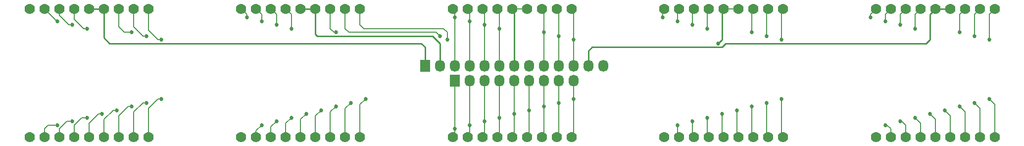
<source format=gbr>
G04 #@! TF.FileFunction,Copper,L2,Bot,Signal*
%FSLAX46Y46*%
G04 Gerber Fmt 4.6, Leading zero omitted, Abs format (unit mm)*
G04 Created by KiCad (PCBNEW 4.0.7) date Thursday, February 08, 2018 'PMt' 08:56:59 PM*
%MOMM*%
%LPD*%
G01*
G04 APERTURE LIST*
%ADD10C,0.100000*%
%ADD11C,1.778000*%
%ADD12R,1.727200X2.032000*%
%ADD13O,1.727200X2.032000*%
%ADD14C,0.685800*%
%ADD15C,0.152400*%
%ADD16C,0.254000*%
G04 APERTURE END LIST*
D10*
D11*
X58102500Y-94820000D03*
X60642500Y-94820000D03*
X63182500Y-94820000D03*
X65722500Y-94820000D03*
X68262500Y-94820000D03*
X70802500Y-94820000D03*
X73342500Y-94820000D03*
X75882500Y-94820000D03*
X78422500Y-94820000D03*
X58102500Y-72820000D03*
X60642500Y-72820000D03*
X63182500Y-72820000D03*
X65722500Y-72820000D03*
X68262500Y-72820000D03*
X70802500Y-72820000D03*
X73342500Y-72820000D03*
X75882500Y-72820000D03*
X78422500Y-72820000D03*
X94297500Y-94820000D03*
X96837500Y-94820000D03*
X99377500Y-94820000D03*
X101917500Y-94820000D03*
X104457500Y-94820000D03*
X106997500Y-94820000D03*
X109537500Y-94820000D03*
X112077500Y-94820000D03*
X114617500Y-94820000D03*
X94297500Y-72820000D03*
X96837500Y-72820000D03*
X99377500Y-72820000D03*
X101917500Y-72820000D03*
X104457500Y-72820000D03*
X106997500Y-72820000D03*
X109537500Y-72820000D03*
X112077500Y-72820000D03*
X114617500Y-72820000D03*
X130492500Y-94820000D03*
X133032500Y-94820000D03*
X135572500Y-94820000D03*
X138112500Y-94820000D03*
X140652500Y-94820000D03*
X143192500Y-94820000D03*
X145732500Y-94820000D03*
X148272500Y-94820000D03*
X150812500Y-94820000D03*
X130492500Y-72820000D03*
X133032500Y-72820000D03*
X135572500Y-72820000D03*
X138112500Y-72820000D03*
X140652500Y-72820000D03*
X143192500Y-72820000D03*
X145732500Y-72820000D03*
X148272500Y-72820000D03*
X150812500Y-72820000D03*
X166687500Y-94820000D03*
X169227500Y-94820000D03*
X171767500Y-94820000D03*
X174307500Y-94820000D03*
X176847500Y-94820000D03*
X179387500Y-94820000D03*
X181927500Y-94820000D03*
X184467500Y-94820000D03*
X187007500Y-94820000D03*
X166687500Y-72820000D03*
X169227500Y-72820000D03*
X171767500Y-72820000D03*
X174307500Y-72820000D03*
X176847500Y-72820000D03*
X179387500Y-72820000D03*
X181927500Y-72820000D03*
X184467500Y-72820000D03*
X187007500Y-72820000D03*
X202882500Y-94820000D03*
X205422500Y-94820000D03*
X207962500Y-94820000D03*
X210502500Y-94820000D03*
X213042500Y-94820000D03*
X215582500Y-94820000D03*
X218122500Y-94820000D03*
X220662500Y-94820000D03*
X223202500Y-94820000D03*
X202882500Y-72820000D03*
X205422500Y-72820000D03*
X207962500Y-72820000D03*
X210502500Y-72820000D03*
X213042500Y-72820000D03*
X215582500Y-72820000D03*
X218122500Y-72820000D03*
X220662500Y-72820000D03*
X223202500Y-72820000D03*
D12*
X125730000Y-82550000D03*
D13*
X128270000Y-82550000D03*
X130810000Y-82550000D03*
X133350000Y-82550000D03*
X135890000Y-82550000D03*
X138430000Y-82550000D03*
X140970000Y-82550000D03*
X143510000Y-82550000D03*
X146050000Y-82550000D03*
X148590000Y-82550000D03*
X151130000Y-82550000D03*
X153670000Y-82550000D03*
X156210000Y-82550000D03*
D12*
X130810000Y-85090000D03*
D13*
X133350000Y-85090000D03*
X135890000Y-85090000D03*
X138430000Y-85090000D03*
X140970000Y-85090000D03*
X143510000Y-85090000D03*
X146050000Y-85090000D03*
X148590000Y-85090000D03*
X151130000Y-85090000D03*
D14*
X130810000Y-93345000D03*
X62865000Y-92710000D03*
X97790000Y-92710000D03*
X204470000Y-92710000D03*
X168910000Y-92710000D03*
X133350000Y-92710000D03*
X65405000Y-92075000D03*
X100330000Y-92075000D03*
X207010000Y-92075000D03*
X171450000Y-92075000D03*
X135890000Y-92075000D03*
X67945000Y-91440000D03*
X102870000Y-91440000D03*
X209550000Y-91440000D03*
X173990000Y-91440000D03*
X138430000Y-91440000D03*
X70485000Y-90805000D03*
X105410000Y-90805000D03*
X212090000Y-90805000D03*
X176530000Y-90805000D03*
X140970000Y-90805000D03*
X73025000Y-90170000D03*
X107950000Y-90170000D03*
X214630000Y-90170000D03*
X179070000Y-90170000D03*
X143510000Y-90170000D03*
X75565000Y-89535000D03*
X110490000Y-89535000D03*
X217170000Y-89535000D03*
X181610000Y-89535000D03*
X146050000Y-89535000D03*
X78105000Y-88900000D03*
X113030000Y-88900000D03*
X219710000Y-88900000D03*
X184150000Y-88900000D03*
X148590000Y-88900000D03*
X80645000Y-88265000D03*
X115570000Y-88265000D03*
X222250000Y-88265000D03*
X186690000Y-88265000D03*
X151130000Y-88265000D03*
X95250000Y-74295000D03*
X201930000Y-74295000D03*
X166370000Y-74295000D03*
X130810000Y-74295000D03*
X62865000Y-74930000D03*
X97790000Y-74930000D03*
X204470000Y-74930000D03*
X168910000Y-74930000D03*
X133350000Y-74930000D03*
X65405000Y-75565000D03*
X100330000Y-75565000D03*
X207010000Y-75565000D03*
X171450000Y-75565000D03*
X135890000Y-75565000D03*
X67945000Y-76200000D03*
X102870000Y-76200000D03*
X209550000Y-76200000D03*
X173990000Y-76200000D03*
X138430000Y-76200000D03*
X75565000Y-76835000D03*
X110490000Y-76835000D03*
X217170000Y-76835000D03*
X181610000Y-76835000D03*
X146050000Y-76835000D03*
X78105000Y-77470000D03*
X128270000Y-77470000D03*
X219710000Y-77470000D03*
X184150000Y-77470000D03*
X148590000Y-77470000D03*
X80645000Y-78105000D03*
X129540000Y-78105000D03*
X222250000Y-78105000D03*
X186690000Y-78105000D03*
X151130000Y-78105000D03*
X175895000Y-78740000D03*
D15*
X130810000Y-93345000D02*
X130810000Y-94820000D01*
X130810000Y-85090000D02*
X130810000Y-93345000D01*
X62865000Y-92710000D02*
X61277500Y-92710000D01*
X60642500Y-93345000D02*
X60642500Y-94820000D01*
X61277500Y-92710000D02*
X60642500Y-93345000D01*
X97790000Y-92710000D02*
X96837500Y-93662500D01*
X96837500Y-93662500D02*
X96837500Y-94820000D01*
X204470000Y-92710000D02*
X204787500Y-92710000D01*
X205422500Y-93345000D02*
X205422500Y-94820000D01*
X204787500Y-92710000D02*
X205422500Y-93345000D01*
X168910000Y-94820000D02*
X168910000Y-92710000D01*
X133350000Y-92710000D02*
X133350000Y-94820000D01*
X133350000Y-85090000D02*
X133350000Y-92710000D01*
X65405000Y-92075000D02*
X64452500Y-92075000D01*
X63182500Y-93345000D02*
X63182500Y-94820000D01*
X64452500Y-92075000D02*
X63182500Y-93345000D01*
X100330000Y-92075000D02*
X99377500Y-93027500D01*
X99377500Y-93027500D02*
X99377500Y-94820000D01*
X207010000Y-92075000D02*
X207327500Y-92075000D01*
X207962500Y-92710000D02*
X207962500Y-94820000D01*
X207327500Y-92075000D02*
X207962500Y-92710000D01*
X171450000Y-94820000D02*
X171450000Y-92075000D01*
X135890000Y-92075000D02*
X135890000Y-94820000D01*
X135890000Y-85090000D02*
X135890000Y-92075000D01*
X67945000Y-91440000D02*
X66992500Y-91440000D01*
X65722500Y-92710000D02*
X65722500Y-94820000D01*
X66992500Y-91440000D02*
X65722500Y-92710000D01*
X102870000Y-91440000D02*
X101917500Y-92392500D01*
X101917500Y-92392500D02*
X101917500Y-94820000D01*
X209550000Y-91440000D02*
X210502500Y-92392500D01*
X210502500Y-92392500D02*
X210502500Y-94820000D01*
X173990000Y-94820000D02*
X173990000Y-91440000D01*
X138430000Y-91440000D02*
X138430000Y-94820000D01*
X138430000Y-85090000D02*
X138430000Y-91440000D01*
X70485000Y-90805000D02*
X69850000Y-90805000D01*
X68262500Y-92392500D02*
X68262500Y-94820000D01*
X69850000Y-90805000D02*
X68262500Y-92392500D01*
X105410000Y-90805000D02*
X104457500Y-91757500D01*
X104457500Y-91757500D02*
X104457500Y-94820000D01*
X212090000Y-90805000D02*
X213042500Y-91757500D01*
X213042500Y-91757500D02*
X213042500Y-94820000D01*
X176530000Y-94820000D02*
X176530000Y-90805000D01*
X140970000Y-90805000D02*
X140970000Y-94820000D01*
X140970000Y-85090000D02*
X140970000Y-90805000D01*
X73025000Y-90170000D02*
X72390000Y-90170000D01*
X70802500Y-91757500D02*
X70802500Y-94820000D01*
X72390000Y-90170000D02*
X70802500Y-91757500D01*
X107950000Y-90170000D02*
X106997500Y-91122500D01*
X106997500Y-91122500D02*
X106997500Y-94820000D01*
X214630000Y-90170000D02*
X215582500Y-91122500D01*
X215582500Y-91122500D02*
X215582500Y-94820000D01*
X179070000Y-94820000D02*
X179070000Y-90170000D01*
X143510000Y-90170000D02*
X143510000Y-94820000D01*
X143510000Y-85090000D02*
X143510000Y-90170000D01*
X75565000Y-89535000D02*
X74930000Y-89535000D01*
X73342500Y-91122500D02*
X73342500Y-94820000D01*
X74930000Y-89535000D02*
X73342500Y-91122500D01*
X110490000Y-89535000D02*
X109537500Y-90487500D01*
X109537500Y-90487500D02*
X109537500Y-94820000D01*
X217170000Y-89535000D02*
X218122500Y-90487500D01*
X218122500Y-90487500D02*
X218122500Y-94820000D01*
X181610000Y-94820000D02*
X181610000Y-89535000D01*
X146050000Y-89535000D02*
X146050000Y-94820000D01*
X146050000Y-85090000D02*
X146050000Y-89535000D01*
X78105000Y-88900000D02*
X77470000Y-88900000D01*
X75882500Y-90487500D02*
X75882500Y-94820000D01*
X77470000Y-88900000D02*
X75882500Y-90487500D01*
X113030000Y-88900000D02*
X112077500Y-89852500D01*
X112077500Y-89852500D02*
X112077500Y-94820000D01*
X219710000Y-88900000D02*
X220662500Y-89852500D01*
X220662500Y-89852500D02*
X220662500Y-94820000D01*
X184150000Y-94820000D02*
X184150000Y-88900000D01*
X148590000Y-88900000D02*
X148590000Y-94820000D01*
X148590000Y-85090000D02*
X148590000Y-88900000D01*
X80645000Y-88265000D02*
X80010000Y-88265000D01*
X78422500Y-89852500D02*
X78422500Y-94820000D01*
X80010000Y-88265000D02*
X78422500Y-89852500D01*
X115570000Y-88265000D02*
X114617500Y-89217500D01*
X114617500Y-89217500D02*
X114617500Y-94820000D01*
X222250000Y-88265000D02*
X223202500Y-89217500D01*
X223202500Y-89217500D02*
X223202500Y-94820000D01*
X186690000Y-94820000D02*
X186690000Y-88265000D01*
X151130000Y-85090000D02*
X151130000Y-88265000D01*
X151130000Y-88265000D02*
X151130000Y-94820000D01*
X95250000Y-74295000D02*
X95250000Y-73772500D01*
X95250000Y-73772500D02*
X94297500Y-72820000D01*
X201930000Y-74295000D02*
X201930000Y-73772500D01*
X201930000Y-73772500D02*
X202882500Y-72820000D01*
X166370000Y-72820000D02*
X166370000Y-74295000D01*
X130810000Y-74295000D02*
X130810000Y-72820000D01*
X130810000Y-82550000D02*
X130810000Y-74295000D01*
X62865000Y-74930000D02*
X62752500Y-74930000D01*
X62752500Y-74930000D02*
X60642500Y-72820000D01*
X97790000Y-74930000D02*
X97790000Y-73772500D01*
X97790000Y-73772500D02*
X96837500Y-72820000D01*
X204470000Y-74930000D02*
X204470000Y-73772500D01*
X204470000Y-73772500D02*
X205422500Y-72820000D01*
X168910000Y-72820000D02*
X168910000Y-74930000D01*
X133350000Y-74930000D02*
X133350000Y-72820000D01*
X133350000Y-82550000D02*
X133350000Y-74930000D01*
X65405000Y-75565000D02*
X64770000Y-75565000D01*
X63182500Y-73977500D02*
X63182500Y-72820000D01*
X64770000Y-75565000D02*
X63182500Y-73977500D01*
X100330000Y-75565000D02*
X100330000Y-73772500D01*
X100330000Y-73772500D02*
X99377500Y-72820000D01*
X207010000Y-75565000D02*
X207010000Y-73772500D01*
X207010000Y-73772500D02*
X207962500Y-72820000D01*
X171450000Y-72820000D02*
X171450000Y-75565000D01*
X135890000Y-75565000D02*
X135890000Y-72820000D01*
X135890000Y-82550000D02*
X135890000Y-75565000D01*
X67945000Y-76200000D02*
X67310000Y-76200000D01*
X65722500Y-74612500D02*
X65722500Y-72820000D01*
X67310000Y-76200000D02*
X65722500Y-74612500D01*
X102870000Y-76200000D02*
X102870000Y-73772500D01*
X102870000Y-73772500D02*
X101917500Y-72820000D01*
X209550000Y-76200000D02*
X209550000Y-73772500D01*
X209550000Y-73772500D02*
X210502500Y-72820000D01*
X173990000Y-72820000D02*
X173990000Y-76200000D01*
X138430000Y-76200000D02*
X138430000Y-72820000D01*
X138430000Y-82550000D02*
X138430000Y-76200000D01*
X75565000Y-76835000D02*
X74295000Y-76835000D01*
X73342500Y-75882500D02*
X73342500Y-72820000D01*
X74295000Y-76835000D02*
X73342500Y-75882500D01*
X110490000Y-76835000D02*
X110172500Y-76835000D01*
X109537500Y-76200000D02*
X109537500Y-72820000D01*
X110172500Y-76835000D02*
X109537500Y-76200000D01*
X217170000Y-76835000D02*
X217170000Y-73772500D01*
X217170000Y-73772500D02*
X218122500Y-72820000D01*
X181610000Y-72820000D02*
X181610000Y-76835000D01*
X146050000Y-76835000D02*
X146050000Y-72820000D01*
X146050000Y-82550000D02*
X146050000Y-76835000D01*
X78105000Y-77470000D02*
X77470000Y-77470000D01*
X75882500Y-75882500D02*
X75882500Y-72820000D01*
X77470000Y-77470000D02*
X75882500Y-75882500D01*
X113665000Y-76835000D02*
X112712500Y-76835000D01*
X113665000Y-76835000D02*
X127635000Y-76835000D01*
X128270000Y-77470000D02*
X127635000Y-76835000D01*
X112077500Y-76200000D02*
X112077500Y-72820000D01*
X112712500Y-76835000D02*
X112077500Y-76200000D01*
X219710000Y-77470000D02*
X219710000Y-73772500D01*
X219710000Y-73772500D02*
X220662500Y-72820000D01*
X184150000Y-72820000D02*
X184150000Y-77470000D01*
X148590000Y-77470000D02*
X148590000Y-72820000D01*
X148590000Y-82550000D02*
X148590000Y-77470000D01*
X80645000Y-78105000D02*
X80010000Y-78105000D01*
X78422500Y-76517500D02*
X78422500Y-72820000D01*
X80010000Y-78105000D02*
X78422500Y-76517500D01*
X116205000Y-76200000D02*
X115252500Y-76200000D01*
X116205000Y-76200000D02*
X128905000Y-76200000D01*
X128905000Y-76200000D02*
X129540000Y-76835000D01*
X129540000Y-78105000D02*
X129540000Y-76835000D01*
X114617500Y-75565000D02*
X114617500Y-72820000D01*
X115252500Y-76200000D02*
X114617500Y-75565000D01*
X222250000Y-78105000D02*
X222250000Y-73772500D01*
X222250000Y-73772500D02*
X223202500Y-72820000D01*
X186690000Y-72820000D02*
X186690000Y-78105000D01*
X151130000Y-78105000D02*
X151130000Y-72820000D01*
X151130000Y-82550000D02*
X151130000Y-78105000D01*
D16*
X73025000Y-78740000D02*
X71755000Y-78740000D01*
X125095000Y-78740000D02*
X73025000Y-78740000D01*
X125730000Y-79375000D02*
X125095000Y-78740000D01*
X125730000Y-82550000D02*
X125730000Y-79375000D01*
X70802500Y-77787500D02*
X70802500Y-72820000D01*
X71755000Y-78740000D02*
X70802500Y-77787500D01*
X70802500Y-72820000D02*
X68262500Y-72820000D01*
X106997500Y-72820000D02*
X104457500Y-72820000D01*
X108585000Y-77470000D02*
X107315000Y-77470000D01*
X127000000Y-77470000D02*
X108585000Y-77470000D01*
X128270000Y-78740000D02*
X127000000Y-77470000D01*
X128270000Y-82550000D02*
X128270000Y-78740000D01*
X106997500Y-77152500D02*
X106997500Y-72820000D01*
X107315000Y-77470000D02*
X106997500Y-77152500D01*
X140970000Y-82550000D02*
X140970000Y-72820000D01*
D15*
X140970000Y-72820000D02*
X143510000Y-72820000D01*
D16*
X175895000Y-78740000D02*
X176530000Y-78105000D01*
X176530000Y-78105000D02*
X176530000Y-72820000D01*
D15*
X176530000Y-72820000D02*
X179070000Y-72820000D01*
D16*
X213042500Y-72820000D02*
X215582500Y-72820000D01*
X212090000Y-78105000D02*
X212090000Y-73772500D01*
X211455000Y-78740000D02*
X212090000Y-78105000D01*
X177165000Y-78740000D02*
X211455000Y-78740000D01*
X176530000Y-79375000D02*
X177165000Y-78740000D01*
X154305000Y-79375000D02*
X176530000Y-79375000D01*
X153670000Y-80010000D02*
X154305000Y-79375000D01*
X153670000Y-82550000D02*
X153670000Y-80010000D01*
X212090000Y-73772500D02*
X213042500Y-72820000D01*
D15*
X153670000Y-82550000D02*
X153670000Y-81915000D01*
M02*

</source>
